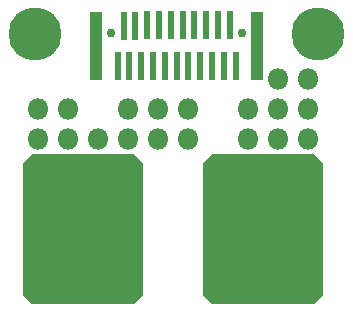
<source format=gbr>
%TF.GenerationSoftware,KiCad,Pcbnew,(6.0.0-0)*%
%TF.CreationDate,2023-03-06T17:41:45-05:00*%
%TF.ProjectId,module_dev1,6d6f6475-6c65-45f6-9465-76312e6b6963,rev?*%
%TF.SameCoordinates,Original*%
%TF.FileFunction,Soldermask,Bot*%
%TF.FilePolarity,Negative*%
%FSLAX46Y46*%
G04 Gerber Fmt 4.6, Leading zero omitted, Abs format (unit mm)*
G04 Created by KiCad (PCBNEW (6.0.0-0)) date 2023-03-06 17:41:45*
%MOMM*%
%LPD*%
G01*
G04 APERTURE LIST*
%ADD10C,4.500000*%
%ADD11O,1.800000X1.800000*%
%ADD12C,0.760000*%
%ADD13R,1.000000X5.850000*%
%ADD14R,0.610000X2.410000*%
G04 APERTURE END LIST*
D10*
%TO.C,H1*%
X95000000Y-64000000D03*
%TD*%
%TO.C,H2*%
X119000000Y-64000000D03*
%TD*%
D11*
%TO.C,J11*%
X110490000Y-75438000D03*
X113030000Y-75438000D03*
X115570000Y-75438000D03*
X118110000Y-75438000D03*
%TD*%
%TO.C,J10*%
X110490000Y-77978000D03*
X113030000Y-77978000D03*
X115570000Y-77978000D03*
X118110000Y-77978000D03*
%TD*%
%TO.C,J9*%
X110490000Y-80518000D03*
X113030000Y-80518000D03*
X115570000Y-80518000D03*
X118110000Y-80518000D03*
%TD*%
%TO.C,J8*%
X110490000Y-83058000D03*
X113030000Y-83058000D03*
X115570000Y-83058000D03*
X118110000Y-83058000D03*
%TD*%
%TO.C,J7*%
X110490000Y-85598000D03*
X113030000Y-85598000D03*
X115570000Y-85598000D03*
X118110000Y-85598000D03*
%TD*%
%TO.C,J4*%
X95250000Y-80518000D03*
X97790000Y-80518000D03*
X100330000Y-80518000D03*
X102870000Y-80518000D03*
%TD*%
%TO.C,J3*%
X95250000Y-83058000D03*
X97790000Y-83058000D03*
X100330000Y-83058000D03*
X102870000Y-83058000D03*
%TD*%
%TO.C,J2*%
X95250000Y-85598000D03*
X97790000Y-85598000D03*
X100330000Y-85598000D03*
X102870000Y-85598000D03*
%TD*%
%TO.C,J5*%
X95250000Y-77978000D03*
X97790000Y-77978000D03*
X100330000Y-77978000D03*
X102870000Y-77978000D03*
%TD*%
%TO.C,J6*%
X95250000Y-75438000D03*
X97790000Y-75438000D03*
X100330000Y-75438000D03*
X102870000Y-75438000D03*
%TD*%
%TO.C,J24*%
X97790000Y-72898000D03*
%TD*%
%TO.C,J25*%
X100330000Y-72898000D03*
%TD*%
%TO.C,J27*%
X95250000Y-70358000D03*
%TD*%
%TO.C,J28*%
X102870000Y-70358000D03*
%TD*%
%TO.C,J29*%
X97790000Y-70358000D03*
%TD*%
%TO.C,J32*%
X102870000Y-72898000D03*
%TD*%
%TO.C,J13*%
X115570000Y-72898000D03*
%TD*%
%TO.C,J14*%
X113030000Y-70358000D03*
%TD*%
%TO.C,J15*%
X113030000Y-72898000D03*
%TD*%
%TO.C,J16*%
X105410000Y-70358000D03*
%TD*%
%TO.C,J18*%
X105410000Y-72898000D03*
%TD*%
%TO.C,J19*%
X107950000Y-72898000D03*
%TD*%
%TO.C,J17*%
X107950000Y-70358000D03*
%TD*%
%TO.C,J22*%
X118110000Y-70358000D03*
%TD*%
%TO.C,J31*%
X118110000Y-67818000D03*
%TD*%
%TO.C,J26*%
X95250000Y-72898000D03*
%TD*%
%TO.C,J21*%
X115570000Y-70358000D03*
%TD*%
%TO.C,J30*%
X115570000Y-67818000D03*
%TD*%
%TO.C,J12*%
X118110000Y-72898000D03*
%TD*%
D12*
%TO.C,J1*%
X112524500Y-63900000D03*
D13*
X100173500Y-65000000D03*
D12*
X101475500Y-63900000D03*
D13*
X113826500Y-65000000D03*
D14*
X101996500Y-66720000D03*
X102996500Y-66720000D03*
X103996500Y-66720000D03*
X104996500Y-66720000D03*
X105996500Y-66720000D03*
X106996500Y-66720000D03*
X107996500Y-66720000D03*
X108996500Y-66720000D03*
X109996500Y-66720000D03*
X110996500Y-66720000D03*
X111996500Y-66720000D03*
X111496500Y-63280000D03*
X110496500Y-63280000D03*
X109496500Y-63280000D03*
X108496500Y-63280000D03*
X107496500Y-63280000D03*
X106496500Y-63280000D03*
X105496500Y-63280000D03*
X104496500Y-63280000D03*
X103496500Y-63320000D03*
X102496500Y-63320000D03*
%TD*%
G36*
X103393931Y-74188002D02*
G01*
X103414905Y-74204905D01*
X104103095Y-74893095D01*
X104137121Y-74955407D01*
X104140000Y-74982190D01*
X104140000Y-86053810D01*
X104119998Y-86121931D01*
X104103095Y-86142905D01*
X103414905Y-86831095D01*
X103352593Y-86865121D01*
X103325810Y-86868000D01*
X94794190Y-86868000D01*
X94726069Y-86847998D01*
X94705095Y-86831095D01*
X94016905Y-86142905D01*
X93982879Y-86080593D01*
X93980000Y-86053810D01*
X93980000Y-74982190D01*
X94000002Y-74914069D01*
X94016905Y-74893095D01*
X94705095Y-74204905D01*
X94767407Y-74170879D01*
X94794190Y-74168000D01*
X103325810Y-74168000D01*
X103393931Y-74188002D01*
G37*
G36*
X118633931Y-74188002D02*
G01*
X118654905Y-74204905D01*
X119343095Y-74893095D01*
X119377121Y-74955407D01*
X119380000Y-74982190D01*
X119380000Y-86053810D01*
X119359998Y-86121931D01*
X119343095Y-86142905D01*
X118654905Y-86831095D01*
X118592593Y-86865121D01*
X118565810Y-86868000D01*
X110034190Y-86868000D01*
X109966069Y-86847998D01*
X109945095Y-86831095D01*
X109256905Y-86142905D01*
X109222879Y-86080593D01*
X109220000Y-86053810D01*
X109220000Y-74982190D01*
X109240002Y-74914069D01*
X109256905Y-74893095D01*
X109945095Y-74204905D01*
X110007407Y-74170879D01*
X110034190Y-74168000D01*
X118565810Y-74168000D01*
X118633931Y-74188002D01*
G37*
M02*

</source>
